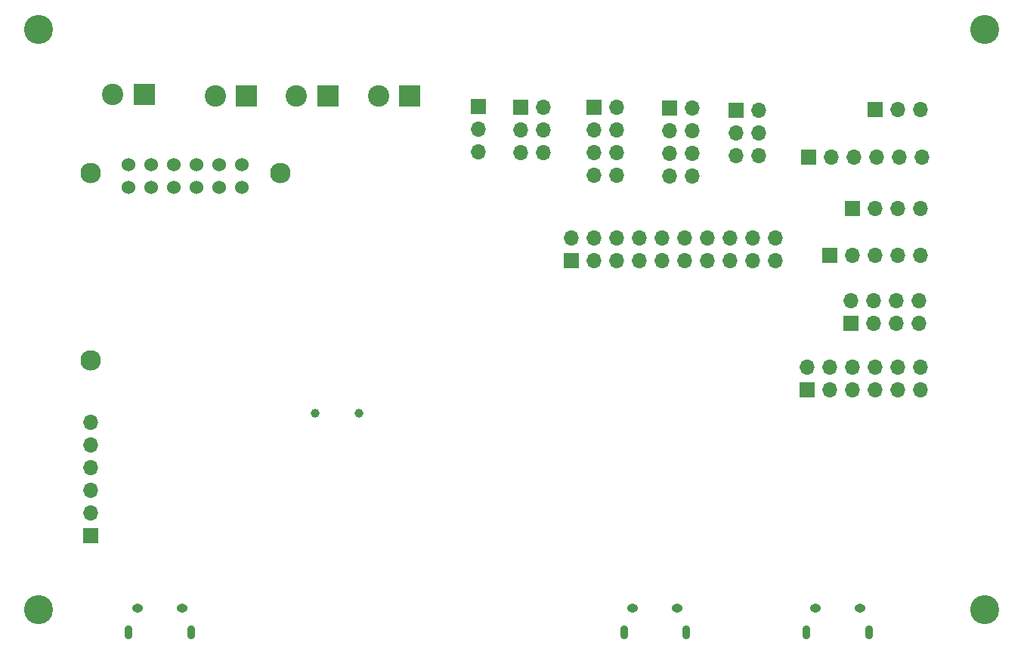
<source format=gbr>
%TF.GenerationSoftware,KiCad,Pcbnew,(6.0.0-0)*%
%TF.CreationDate,2022-09-06T13:07:19-04:00*%
%TF.ProjectId,Body_LED_Controller_Embedded_ESP32s,426f6479-5f4c-4454-945f-436f6e74726f,1.0*%
%TF.SameCoordinates,Original*%
%TF.FileFunction,Soldermask,Bot*%
%TF.FilePolarity,Negative*%
%FSLAX46Y46*%
G04 Gerber Fmt 4.6, Leading zero omitted, Abs format (unit mm)*
G04 Created by KiCad (PCBNEW (6.0.0-0)) date 2022-09-06 13:07:19*
%MOMM*%
%LPD*%
G01*
G04 APERTURE LIST*
%ADD10R,1.700000X1.700000*%
%ADD11O,1.700000X1.700000*%
%ADD12O,0.890000X1.550000*%
%ADD13O,1.250000X0.950000*%
%ADD14C,3.250000*%
%ADD15C,1.007000*%
%ADD16C,1.524000*%
%ADD17C,2.300000*%
%ADD18R,2.400000X2.400000*%
%ADD19C,2.400000*%
G04 APERTURE END LIST*
D10*
%TO.C,J1*%
X141210000Y-59650000D03*
D11*
X143750000Y-59650000D03*
X141210000Y-62190000D03*
X143750000Y-62190000D03*
X141210000Y-64730000D03*
X143750000Y-64730000D03*
X141210000Y-67270000D03*
X143750000Y-67270000D03*
%TD*%
D12*
%TO.C,J11*%
X144545000Y-118510000D03*
D13*
X145545000Y-115810000D03*
D12*
X151545000Y-118510000D03*
D13*
X150545000Y-115810000D03*
%TD*%
%TO.C,J10*%
X170990000Y-115800000D03*
X165990000Y-115800000D03*
D12*
X164990000Y-118500000D03*
X171990000Y-118500000D03*
%TD*%
D14*
%TO.C,REF\u002A\u002A*%
X185000000Y-116000000D03*
%TD*%
D15*
%TO.C,Y1*%
X114850000Y-94020000D03*
X109970000Y-94020000D03*
%TD*%
D10*
%TO.C,J15*%
X84770000Y-107720000D03*
D11*
X84770000Y-105180000D03*
X84770000Y-102640000D03*
X84770000Y-100100000D03*
X84770000Y-97560000D03*
X84770000Y-95020000D03*
%TD*%
D10*
%TO.C,J14*%
X128240000Y-59600000D03*
D11*
X128240000Y-62140000D03*
X128240000Y-64680000D03*
%TD*%
D16*
%TO.C,U14*%
X101765000Y-66085000D03*
X99225000Y-66085000D03*
X96685000Y-66085000D03*
X94145000Y-66085000D03*
X91605000Y-66085000D03*
X89065000Y-66085000D03*
X89065000Y-68625000D03*
X91605000Y-68625000D03*
X94145000Y-68625000D03*
X96685000Y-68625000D03*
X99225000Y-68625000D03*
X101765000Y-68625000D03*
D17*
X106015000Y-67015000D03*
X84815000Y-67015000D03*
X84815000Y-88015000D03*
%TD*%
D12*
%TO.C,J12*%
X89065000Y-118550000D03*
X96065000Y-118550000D03*
D13*
X90065000Y-115850000D03*
X95065000Y-115850000D03*
%TD*%
D18*
%TO.C,J19*%
X120540000Y-58400000D03*
D19*
X117040000Y-58400000D03*
%TD*%
D18*
%TO.C,J16*%
X90790000Y-58280000D03*
D19*
X87290000Y-58280000D03*
%TD*%
D10*
%TO.C,J7*%
X167630000Y-76298000D03*
D11*
X170170000Y-76298000D03*
X172710000Y-76298000D03*
X175250000Y-76298000D03*
X177790000Y-76298000D03*
%TD*%
D18*
%TO.C,J17*%
X102270000Y-58390000D03*
D19*
X98770000Y-58390000D03*
%TD*%
D10*
%TO.C,J2*%
X149620000Y-59790000D03*
D11*
X152160000Y-59790000D03*
X149620000Y-62330000D03*
X152160000Y-62330000D03*
X149620000Y-64870000D03*
X152160000Y-64870000D03*
X149620000Y-67410000D03*
X152160000Y-67410000D03*
%TD*%
D10*
%TO.C,J5*%
X165080000Y-91374000D03*
D11*
X165080000Y-88834000D03*
X167620000Y-91374000D03*
X167620000Y-88834000D03*
X170160000Y-91374000D03*
X170160000Y-88834000D03*
X172700000Y-91374000D03*
X172700000Y-88834000D03*
X175240000Y-91374000D03*
X175240000Y-88834000D03*
X177780000Y-91374000D03*
X177780000Y-88834000D03*
%TD*%
D10*
%TO.C,J6*%
X170130000Y-71040000D03*
D11*
X172670000Y-71040000D03*
X175210000Y-71040000D03*
X177750000Y-71040000D03*
%TD*%
D14*
%TO.C,REF\u002A\u002A*%
X185000000Y-51000000D03*
%TD*%
%TO.C,REF\u002A\u002A*%
X79000000Y-116000000D03*
%TD*%
%TO.C,REF\u002A\u002A*%
X79000000Y-51000000D03*
%TD*%
D10*
%TO.C,J9*%
X172720000Y-59950000D03*
D11*
X175260000Y-59950000D03*
X177800000Y-59950000D03*
%TD*%
D10*
%TO.C,J4*%
X169980000Y-83906000D03*
D11*
X169980000Y-81366000D03*
X172520000Y-83906000D03*
X172520000Y-81366000D03*
X175060000Y-83906000D03*
X175060000Y-81366000D03*
X177600000Y-83906000D03*
X177600000Y-81366000D03*
%TD*%
D10*
%TO.C,J20*%
X157110000Y-59990000D03*
D11*
X159650000Y-59990000D03*
X157110000Y-62530000D03*
X159650000Y-62530000D03*
X157110000Y-65070000D03*
X159650000Y-65070000D03*
%TD*%
D10*
%TO.C,J13*%
X132950000Y-59680000D03*
D11*
X135490000Y-59680000D03*
X132950000Y-62220000D03*
X135490000Y-62220000D03*
X132950000Y-64760000D03*
X135490000Y-64760000D03*
%TD*%
D18*
%TO.C,J18*%
X111360000Y-58420000D03*
D19*
X107860000Y-58420000D03*
%TD*%
D10*
%TO.C,J3*%
X138610000Y-76840000D03*
D11*
X138610000Y-74300000D03*
X141150000Y-76840000D03*
X141150000Y-74300000D03*
X143690000Y-76840000D03*
X143690000Y-74300000D03*
X146230000Y-76840000D03*
X146230000Y-74300000D03*
X148770000Y-76840000D03*
X148770000Y-74300000D03*
X151310000Y-76840000D03*
X151310000Y-74300000D03*
X153850000Y-76840000D03*
X153850000Y-74300000D03*
X156390000Y-76840000D03*
X156390000Y-74300000D03*
X158930000Y-76840000D03*
X158930000Y-74300000D03*
X161470000Y-76840000D03*
X161470000Y-74300000D03*
%TD*%
D10*
%TO.C,J8*%
X165260000Y-65272000D03*
D11*
X167800000Y-65272000D03*
X170340000Y-65272000D03*
X172880000Y-65272000D03*
X175420000Y-65272000D03*
X177960000Y-65272000D03*
%TD*%
M02*

</source>
